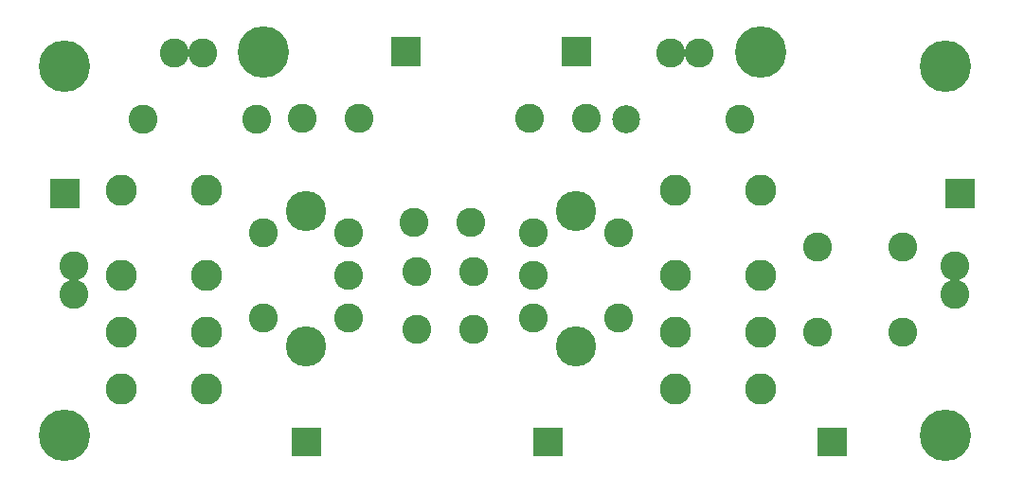
<source format=gbr>
%FSLAX34Y34*%
%MOMM*%
%LNSOLDERMASK_TOP*%
G71*
G01*
%ADD10C,2.500*%
%ADD11C,2.800*%
%ADD12C,2.600*%
%ADD13C,2.600*%
%ADD14C,3.600*%
%ADD15C,4.600*%
%LPD*%
X196850Y314400D02*
G54D10*
D03*
X95250Y314400D02*
G54D10*
D03*
X76200Y250899D02*
G54D11*
D03*
X152400Y250899D02*
G54D11*
D03*
X76200Y174699D02*
G54D11*
D03*
X76200Y123899D02*
G54D11*
D03*
X76200Y73099D02*
G54D11*
D03*
X152400Y174699D02*
G54D11*
D03*
X152400Y123899D02*
G54D11*
D03*
X152400Y73099D02*
G54D11*
D03*
X388391Y221571D02*
G54D12*
D03*
X337410Y221459D02*
G54D12*
D03*
X340027Y177473D02*
G54D12*
D03*
X340140Y126492D02*
G54D12*
D03*
X390827Y177473D02*
G54D12*
D03*
X390940Y126492D02*
G54D12*
D03*
X571500Y250899D02*
G54D11*
D03*
X647700Y250900D02*
G54D11*
D03*
X571500Y174700D02*
G54D11*
D03*
X571500Y123900D02*
G54D11*
D03*
X571500Y73100D02*
G54D11*
D03*
X647700Y174700D02*
G54D11*
D03*
X647700Y123900D02*
G54D11*
D03*
X647700Y73100D02*
G54D11*
D03*
X288760Y315225D02*
G54D12*
D03*
X237780Y315113D02*
G54D12*
D03*
X340140Y126492D02*
G54D13*
D03*
X390940Y126492D02*
G54D13*
D03*
X628650Y314400D02*
G54D10*
D03*
X527050Y314400D02*
G54D10*
D03*
X491960Y315225D02*
G54D12*
D03*
X440980Y315113D02*
G54D12*
D03*
X592767Y373347D02*
G54D12*
D03*
X567267Y373347D02*
G54D12*
D03*
X123009Y373322D02*
G54D12*
D03*
X148509Y373322D02*
G54D12*
D03*
X821426Y182763D02*
G54D12*
D03*
X821426Y157264D02*
G54D12*
D03*
X34026Y182763D02*
G54D12*
D03*
X34026Y157264D02*
G54D12*
D03*
X698500Y200100D02*
G54D12*
D03*
X698500Y123900D02*
G54D12*
D03*
X95250Y314400D02*
G54D12*
D03*
X196850Y314400D02*
G54D12*
D03*
X774700Y123900D02*
G54D12*
D03*
X774700Y200100D02*
G54D12*
D03*
X152400Y250899D02*
G54D13*
D03*
X647700Y250900D02*
G54D13*
D03*
X774700Y123900D02*
G54D13*
D03*
X774700Y200100D02*
G54D13*
D03*
X196850Y314400D02*
G54D13*
D03*
X288760Y315225D02*
G54D13*
D03*
X628650Y314400D02*
G54D13*
D03*
X440980Y315113D02*
G54D13*
D03*
X203200Y212800D02*
G54D12*
D03*
X203200Y136600D02*
G54D12*
D03*
X279400Y212800D02*
G54D12*
D03*
X203200Y212800D02*
G54D12*
D03*
X279400Y212800D02*
G54D12*
D03*
X279400Y136600D02*
G54D12*
D03*
X241300Y231850D02*
G54D14*
D03*
X241300Y111200D02*
G54D14*
D03*
X444500Y212800D02*
G54D12*
D03*
X444500Y136600D02*
G54D12*
D03*
X520700Y212800D02*
G54D12*
D03*
X444500Y212800D02*
G54D12*
D03*
X520700Y212800D02*
G54D12*
D03*
X520700Y136600D02*
G54D12*
D03*
X203200Y136600D02*
G54D13*
D03*
X279400Y136600D02*
G54D13*
D03*
X444500Y136600D02*
G54D13*
D03*
X520700Y136600D02*
G54D13*
D03*
X482600Y231850D02*
G54D14*
D03*
X482600Y111200D02*
G54D14*
D03*
X241300Y111200D02*
G54D14*
D03*
X482600Y111200D02*
G54D14*
D03*
X482600Y231850D02*
G54D14*
D03*
G36*
X228300Y38350D02*
X254300Y38350D01*
X254300Y12350D01*
X228300Y12350D01*
X228300Y38350D01*
G37*
X25400Y31700D02*
G54D15*
D03*
G36*
X444200Y38350D02*
X470200Y38350D01*
X470200Y12350D01*
X444200Y12350D01*
X444200Y38350D01*
G37*
X812800Y31700D02*
G54D15*
D03*
X25400Y361900D02*
G54D15*
D03*
X812800Y361900D02*
G54D15*
D03*
G36*
X317200Y387600D02*
X343200Y387600D01*
X343200Y361600D01*
X317200Y361600D01*
X317200Y387600D01*
G37*
G36*
X469600Y387600D02*
X495600Y387600D01*
X495600Y361600D01*
X469600Y361600D01*
X469600Y387600D01*
G37*
G36*
X698200Y38350D02*
X724200Y38350D01*
X724200Y12350D01*
X698200Y12350D01*
X698200Y38350D01*
G37*
X647700Y374600D02*
G54D15*
D03*
X203200Y374600D02*
G54D15*
D03*
G36*
X812500Y260600D02*
X838500Y260600D01*
X838500Y234600D01*
X812500Y234600D01*
X812500Y260600D01*
G37*
G36*
X12400Y260600D02*
X38400Y260600D01*
X38400Y234600D01*
X12400Y234600D01*
X12400Y260600D01*
G37*
X279400Y174700D02*
G54D12*
D03*
X444500Y174700D02*
G54D12*
D03*
M02*

</source>
